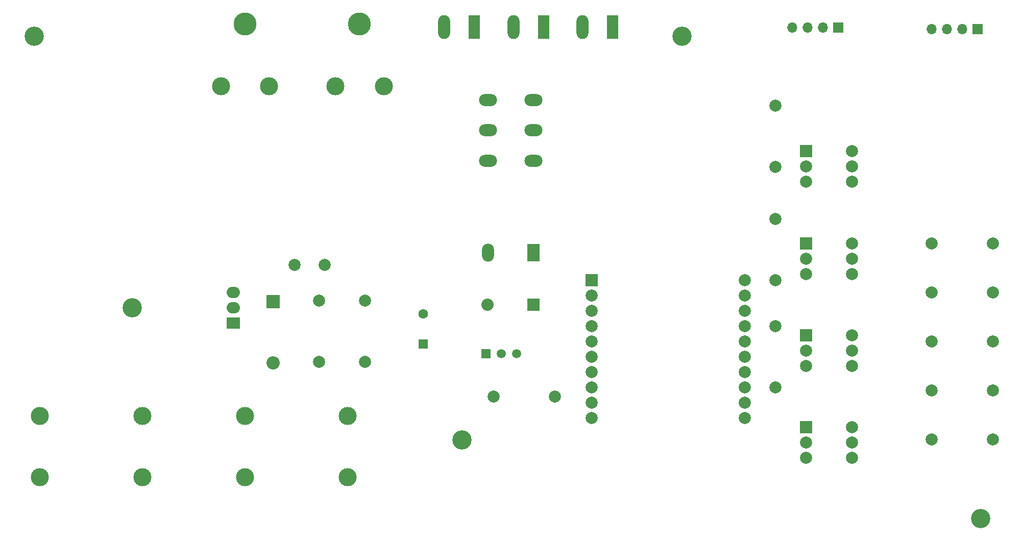
<source format=gbr>
%TF.GenerationSoftware,KiCad,Pcbnew,7.0.8*%
%TF.CreationDate,2025-06-27T13:17:33+01:00*%
%TF.ProjectId,PCB_Health,5043425f-4865-4616-9c74-682e6b696361,rev?*%
%TF.SameCoordinates,Original*%
%TF.FileFunction,Soldermask,Bot*%
%TF.FilePolarity,Negative*%
%FSLAX46Y46*%
G04 Gerber Fmt 4.6, Leading zero omitted, Abs format (unit mm)*
G04 Created by KiCad (PCBNEW 7.0.8) date 2025-06-27 13:17:33*
%MOMM*%
%LPD*%
G01*
G04 APERTURE LIST*
%ADD10C,2.000000*%
%ADD11C,3.800000*%
%ADD12C,3.000000*%
%ADD13R,1.980000X3.960000*%
%ADD14O,1.980000X3.960000*%
%ADD15R,2.000000X2.000000*%
%ADD16R,2.032000X2.032000*%
%ADD17O,2.032000X2.032000*%
%ADD18C,3.200000*%
%ADD19R,1.600000X1.600000*%
%ADD20C,1.600000*%
%ADD21O,3.000000X2.000000*%
%ADD22R,2.000000X3.000000*%
%ADD23O,2.000000X3.000000*%
%ADD24R,1.700000X1.700000*%
%ADD25O,1.700000X1.700000*%
%ADD26R,2.200000X2.200000*%
%ADD27O,2.200000X2.200000*%
%ADD28R,2.200000X1.900000*%
%ADD29O,2.200000X1.900000*%
%ADD30R,1.500000X1.500000*%
%ADD31C,1.500000*%
G04 APERTURE END LIST*
D10*
%TO.C,R6*%
X213868000Y-102616000D03*
X224028000Y-102616000D03*
%TD*%
D11*
%TO.C,TC2*%
X119000000Y-50000000D03*
D12*
X115000000Y-60300000D03*
X123000000Y-60300000D03*
%TD*%
D13*
%TO.C,J1*%
X138000000Y-50500000D03*
D14*
X133000000Y-50500000D03*
%TD*%
D10*
%TO.C,R4*%
X213868000Y-94488000D03*
X224028000Y-94488000D03*
%TD*%
%TO.C,R11*%
X119888000Y-106045000D03*
X119888000Y-95885000D03*
%TD*%
D15*
%TO.C,U1*%
X193040000Y-71064000D03*
D10*
X193040000Y-73604000D03*
X193040000Y-76144000D03*
X200660000Y-76144000D03*
X200660000Y-73604000D03*
X200660000Y-71064000D03*
%TD*%
D16*
%TO.C,D1*%
X147828000Y-96520000D03*
D17*
X140208000Y-96520000D03*
%TD*%
D18*
%TO.C,H1*%
X136000000Y-119000000D03*
%TD*%
D19*
%TO.C,C10*%
X129540000Y-103044000D03*
D20*
X129540000Y-98044000D03*
%TD*%
D10*
%TO.C,R3*%
X187960000Y-92456000D03*
X187960000Y-82296000D03*
%TD*%
D21*
%TO.C,K1*%
X147828000Y-67584000D03*
X147828000Y-72624000D03*
X147828000Y-62544000D03*
X140328000Y-67584000D03*
X140328000Y-72624000D03*
X140328000Y-62544000D03*
D22*
X147828000Y-87884000D03*
D23*
X140328000Y-87884000D03*
%TD*%
D10*
%TO.C,R9*%
X213868000Y-118872000D03*
X224028000Y-118872000D03*
%TD*%
D15*
%TO.C,U5*%
X193040000Y-101600000D03*
D10*
X193040000Y-104140000D03*
X193040000Y-106680000D03*
X200660000Y-106680000D03*
X200660000Y-104140000D03*
X200660000Y-101600000D03*
%TD*%
%TO.C,R2*%
X213868000Y-86360000D03*
X224028000Y-86360000D03*
%TD*%
D24*
%TO.C,J3*%
X198374000Y-50546000D03*
D25*
X195834000Y-50546000D03*
X193294000Y-50546000D03*
X190754000Y-50546000D03*
%TD*%
D10*
%TO.C,R1*%
X187960000Y-73660000D03*
X187960000Y-63500000D03*
%TD*%
D13*
%TO.C,J2*%
X161000000Y-50500000D03*
D14*
X156000000Y-50500000D03*
%TD*%
D13*
%TO.C,J5*%
X149500000Y-50500000D03*
D14*
X144500000Y-50500000D03*
%TD*%
D12*
%TO.C,F4*%
X66000000Y-115000000D03*
X66000000Y-125160000D03*
%TD*%
D26*
%TO.C,D2*%
X104648000Y-96012000D03*
D27*
X104648000Y-106172000D03*
%TD*%
D24*
%TO.C,J4*%
X221488000Y-50800000D03*
D25*
X218948000Y-50800000D03*
X216408000Y-50800000D03*
X213868000Y-50800000D03*
%TD*%
D10*
%TO.C,R5*%
X187960000Y-100076000D03*
X187960000Y-110236000D03*
%TD*%
D18*
%TO.C,H2*%
X222000000Y-132000000D03*
%TD*%
%TO.C,H1*%
X81280000Y-97028000D03*
%TD*%
D10*
%TO.C,R10*%
X112268000Y-106045000D03*
X112268000Y-95885000D03*
%TD*%
%TO.C,R7*%
X151384000Y-111760000D03*
X141224000Y-111760000D03*
%TD*%
D15*
%TO.C,U7*%
X193040000Y-116840000D03*
D10*
X193040000Y-119380000D03*
X193040000Y-121920000D03*
X200660000Y-121920000D03*
X200660000Y-119380000D03*
X200660000Y-116840000D03*
%TD*%
D15*
%TO.C,A1*%
X157480000Y-92440000D03*
D10*
X157480000Y-94980000D03*
X157480000Y-97520000D03*
X157480000Y-100060000D03*
X157480000Y-102600000D03*
X157480000Y-105140000D03*
X157480000Y-107680000D03*
X157480000Y-110220000D03*
X157480000Y-112760000D03*
X157480000Y-115300000D03*
X182880000Y-115300000D03*
X182880000Y-112760000D03*
X182880000Y-110220000D03*
X182880000Y-107680000D03*
X182880000Y-105140000D03*
X182880000Y-102600000D03*
X182880000Y-100060000D03*
X182880000Y-97520000D03*
X182880000Y-94980000D03*
X182880000Y-92440000D03*
%TD*%
D12*
%TO.C,F2*%
X100000000Y-115000000D03*
X100000000Y-125160000D03*
%TD*%
D28*
%TO.C,U6*%
X98044000Y-99568000D03*
D29*
X98044000Y-97028000D03*
X98044000Y-94488000D03*
%TD*%
D15*
%TO.C,U4*%
X193040000Y-86360000D03*
D10*
X193040000Y-88900000D03*
X193040000Y-91440000D03*
X200660000Y-91440000D03*
X200660000Y-88900000D03*
X200660000Y-86360000D03*
%TD*%
%TO.C,R8*%
X213868000Y-110744000D03*
X224028000Y-110744000D03*
%TD*%
D11*
%TO.C,TC1*%
X100000000Y-50000000D03*
D12*
X96000000Y-60300000D03*
X104000000Y-60300000D03*
%TD*%
D10*
%TO.C,C8*%
X108244000Y-89916000D03*
X113244000Y-89916000D03*
%TD*%
D18*
%TO.C,H4*%
X172500000Y-52000000D03*
%TD*%
D12*
%TO.C,F1*%
X83000000Y-115000000D03*
X83000000Y-125160000D03*
%TD*%
D30*
%TO.C,Q1*%
X139954000Y-104648000D03*
D31*
X142494000Y-104648000D03*
X145034000Y-104648000D03*
%TD*%
D12*
%TO.C,F3*%
X117000000Y-115000000D03*
X117000000Y-125160000D03*
%TD*%
D18*
%TO.C,H3*%
X65000000Y-52000000D03*
%TD*%
M02*

</source>
